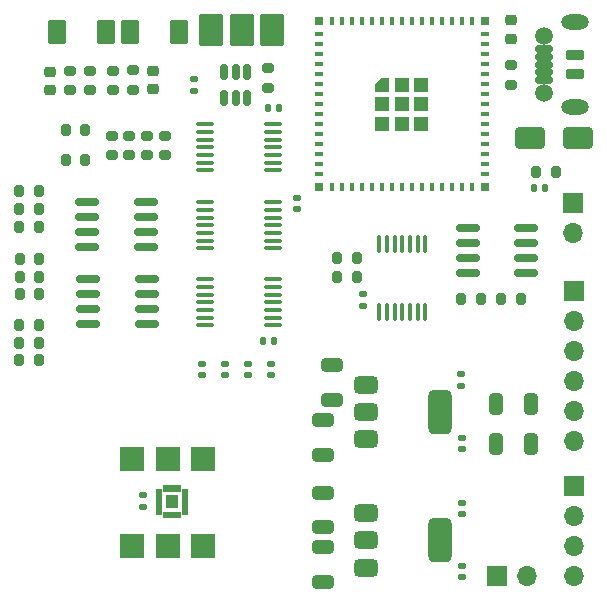
<source format=gbr>
%TF.GenerationSoftware,KiCad,Pcbnew,8.0.6*%
%TF.CreationDate,2025-08-25T15:23:13+02:00*%
%TF.ProjectId,probe,70726f62-652e-46b6-9963-61645f706362,V4-0*%
%TF.SameCoordinates,Original*%
%TF.FileFunction,Soldermask,Top*%
%TF.FilePolarity,Negative*%
%FSLAX46Y46*%
G04 Gerber Fmt 4.6, Leading zero omitted, Abs format (unit mm)*
G04 Created by KiCad (PCBNEW 8.0.6) date 2025-08-25 15:23:13*
%MOMM*%
%LPD*%
G01*
G04 APERTURE LIST*
G04 Aperture macros list*
%AMRoundRect*
0 Rectangle with rounded corners*
0 $1 Rounding radius*
0 $2 $3 $4 $5 $6 $7 $8 $9 X,Y pos of 4 corners*
0 Add a 4 corners polygon primitive as box body*
4,1,4,$2,$3,$4,$5,$6,$7,$8,$9,$2,$3,0*
0 Add four circle primitives for the rounded corners*
1,1,$1+$1,$2,$3*
1,1,$1+$1,$4,$5*
1,1,$1+$1,$6,$7*
1,1,$1+$1,$8,$9*
0 Add four rect primitives between the rounded corners*
20,1,$1+$1,$2,$3,$4,$5,0*
20,1,$1+$1,$4,$5,$6,$7,0*
20,1,$1+$1,$6,$7,$8,$9,0*
20,1,$1+$1,$8,$9,$2,$3,0*%
%AMFreePoly0*
4,1,6,0.600000,-0.600000,-0.600000,-0.600000,-0.600000,0.000000,0.000000,0.600000,0.600000,0.600000,0.600000,-0.600000,0.600000,-0.600000,$1*%
G04 Aperture macros list end*
%ADD10C,0.010000*%
%ADD11RoundRect,0.200000X-0.200000X-0.275000X0.200000X-0.275000X0.200000X0.275000X-0.200000X0.275000X0*%
%ADD12RoundRect,0.102000X-0.625000X0.200000X-0.625000X-0.200000X0.625000X-0.200000X0.625000X0.200000X0*%
%ADD13O,2.344000X1.274000*%
%ADD14C,1.504000*%
%ADD15RoundRect,0.102000X-0.675000X0.300000X-0.675000X-0.300000X0.675000X-0.300000X0.675000X0.300000X0*%
%ADD16R,1.700000X1.700000*%
%ADD17O,1.700000X1.700000*%
%ADD18RoundRect,0.225000X0.250000X-0.225000X0.250000X0.225000X-0.250000X0.225000X-0.250000X-0.225000X0*%
%ADD19RoundRect,0.250000X-1.000000X-0.650000X1.000000X-0.650000X1.000000X0.650000X-1.000000X0.650000X0*%
%ADD20RoundRect,0.200000X0.275000X-0.200000X0.275000X0.200000X-0.275000X0.200000X-0.275000X-0.200000X0*%
%ADD21RoundRect,0.102000X-0.675000X-0.900000X0.675000X-0.900000X0.675000X0.900000X-0.675000X0.900000X0*%
%ADD22RoundRect,0.200000X0.200000X0.275000X-0.200000X0.275000X-0.200000X-0.275000X0.200000X-0.275000X0*%
%ADD23RoundRect,0.140000X0.170000X-0.140000X0.170000X0.140000X-0.170000X0.140000X-0.170000X-0.140000X0*%
%ADD24RoundRect,0.140000X-0.140000X-0.170000X0.140000X-0.170000X0.140000X0.170000X-0.140000X0.170000X0*%
%ADD25RoundRect,0.102000X0.675000X0.900000X-0.675000X0.900000X-0.675000X-0.900000X0.675000X-0.900000X0*%
%ADD26RoundRect,0.225000X-0.250000X0.225000X-0.250000X-0.225000X0.250000X-0.225000X0.250000X0.225000X0*%
%ADD27RoundRect,0.140000X-0.170000X0.140000X-0.170000X-0.140000X0.170000X-0.140000X0.170000X0.140000X0*%
%ADD28RoundRect,0.250000X0.650000X-0.325000X0.650000X0.325000X-0.650000X0.325000X-0.650000X-0.325000X0*%
%ADD29RoundRect,0.100000X-0.637500X-0.100000X0.637500X-0.100000X0.637500X0.100000X-0.637500X0.100000X0*%
%ADD30R,2.000000X2.000000*%
%ADD31RoundRect,0.375000X-0.625000X-0.375000X0.625000X-0.375000X0.625000X0.375000X-0.625000X0.375000X0*%
%ADD32RoundRect,0.500000X-0.500000X-1.400000X0.500000X-1.400000X0.500000X1.400000X-0.500000X1.400000X0*%
%ADD33R,0.800000X0.400000*%
%ADD34R,0.400000X0.800000*%
%ADD35FreePoly0,0.000000*%
%ADD36R,1.200000X1.200000*%
%ADD37R,0.800000X0.800000*%
%ADD38RoundRect,0.150000X-0.150000X0.512500X-0.150000X-0.512500X0.150000X-0.512500X0.150000X0.512500X0*%
%ADD39RoundRect,0.250000X-0.325000X-0.650000X0.325000X-0.650000X0.325000X0.650000X-0.325000X0.650000X0*%
%ADD40RoundRect,0.200000X-0.275000X0.200000X-0.275000X-0.200000X0.275000X-0.200000X0.275000X0.200000X0*%
%ADD41RoundRect,0.150000X0.825000X0.150000X-0.825000X0.150000X-0.825000X-0.150000X0.825000X-0.150000X0*%
%ADD42RoundRect,0.102000X0.875000X-1.250000X0.875000X1.250000X-0.875000X1.250000X-0.875000X-1.250000X0*%
%ADD43RoundRect,0.150000X-0.825000X-0.150000X0.825000X-0.150000X0.825000X0.150000X-0.825000X0.150000X0*%
%ADD44RoundRect,0.218750X-0.256250X0.218750X-0.256250X-0.218750X0.256250X-0.218750X0.256250X0.218750X0*%
%ADD45RoundRect,0.100000X0.100000X-0.637500X0.100000X0.637500X-0.100000X0.637500X-0.100000X-0.637500X0*%
G04 APERTURE END LIST*
D10*
%TO.C,U13*%
X153075000Y-61615000D02*
X152625000Y-61615000D01*
X152625000Y-60615000D01*
X153075000Y-60615000D01*
X153075000Y-61615000D01*
G36*
X153075000Y-61615000D02*
G01*
X152625000Y-61615000D01*
X152625000Y-60615000D01*
X153075000Y-60615000D01*
X153075000Y-61615000D01*
G37*
X153075000Y-62765000D02*
X152625000Y-62765000D01*
X152625000Y-61765000D01*
X153075000Y-61765000D01*
X153075000Y-62765000D01*
G36*
X153075000Y-62765000D02*
G01*
X152625000Y-62765000D01*
X152625000Y-61765000D01*
X153075000Y-61765000D01*
X153075000Y-62765000D01*
G37*
X154475000Y-62190000D02*
X153475000Y-62190000D01*
X153475000Y-61190000D01*
X154475000Y-61190000D01*
X154475000Y-62190000D01*
G36*
X154475000Y-62190000D02*
G01*
X153475000Y-62190000D01*
X153475000Y-61190000D01*
X154475000Y-61190000D01*
X154475000Y-62190000D01*
G37*
X154725000Y-60790000D02*
X153225000Y-60790000D01*
X153225000Y-60340000D01*
X154725000Y-60340000D01*
X154725000Y-60790000D01*
G36*
X154725000Y-60790000D02*
G01*
X153225000Y-60790000D01*
X153225000Y-60340000D01*
X154725000Y-60340000D01*
X154725000Y-60790000D01*
G37*
X154725000Y-63040000D02*
X153225000Y-63040000D01*
X153225000Y-62590000D01*
X154725000Y-62590000D01*
X154725000Y-63040000D01*
G36*
X154725000Y-63040000D02*
G01*
X153225000Y-63040000D01*
X153225000Y-62590000D01*
X154725000Y-62590000D01*
X154725000Y-63040000D01*
G37*
X155325000Y-61615000D02*
X154875000Y-61615000D01*
X154875000Y-60615000D01*
X155325000Y-60615000D01*
X155325000Y-61615000D01*
G36*
X155325000Y-61615000D02*
G01*
X154875000Y-61615000D01*
X154875000Y-60615000D01*
X155325000Y-60615000D01*
X155325000Y-61615000D01*
G37*
X155325000Y-62765000D02*
X154875000Y-62765000D01*
X154875000Y-61765000D01*
X155325000Y-61765000D01*
X155325000Y-62765000D01*
G36*
X155325000Y-62765000D02*
G01*
X154875000Y-62765000D01*
X154875000Y-61765000D01*
X155325000Y-61765000D01*
X155325000Y-62765000D01*
G37*
%TD*%
D11*
%TO.C,R22*%
X145025000Y-32760000D03*
X146675000Y-32760000D03*
%TD*%
D12*
%TO.C,J2*%
X185500000Y-26000000D03*
X185500000Y-25350000D03*
X185500000Y-24700000D03*
X185500000Y-24050000D03*
X185500000Y-23400000D03*
D13*
X188125000Y-21100000D03*
D14*
X185475000Y-22275000D03*
D15*
X188150000Y-23900000D03*
X188150000Y-25500000D03*
D14*
X185475000Y-27125000D03*
D13*
X188125000Y-28300000D03*
%TD*%
D16*
%TO.C,J1*%
X181525000Y-68000000D03*
D17*
X184065000Y-68000000D03*
%TD*%
D18*
%TO.C,C11*%
X152425000Y-26800000D03*
X152425000Y-25250000D03*
%TD*%
D19*
%TO.C,D1*%
X184350000Y-30950000D03*
X188350000Y-30950000D03*
%TD*%
D20*
%TO.C,R1*%
X150725000Y-26850000D03*
X150725000Y-25200000D03*
%TD*%
D21*
%TO.C,SW1*%
X150475000Y-21950000D03*
X154625000Y-21950000D03*
%TD*%
D22*
%TO.C,R12*%
X142775000Y-42650000D03*
X141125000Y-42650000D03*
%TD*%
D23*
%TO.C,C13*%
X155862500Y-26905000D03*
X155862500Y-25945000D03*
%TD*%
%TO.C,C15*%
X156515000Y-51000000D03*
X156515000Y-50040000D03*
%TD*%
D20*
%TO.C,R26*%
X162162500Y-26650000D03*
X162162500Y-25000000D03*
%TD*%
%TO.C,R18*%
X150400000Y-32400000D03*
X150400000Y-30750000D03*
%TD*%
D23*
%TO.C,C16*%
X158485000Y-51000000D03*
X158485000Y-50040000D03*
%TD*%
D24*
%TO.C,C19*%
X162140000Y-28350000D03*
X163100000Y-28350000D03*
%TD*%
%TO.C,C22*%
X161720000Y-48150000D03*
X162680000Y-48150000D03*
%TD*%
D23*
%TO.C,C8*%
X178600000Y-68100000D03*
X178600000Y-67140000D03*
%TD*%
%TO.C,C17*%
X160455000Y-51000000D03*
X160455000Y-50040000D03*
%TD*%
D11*
%TO.C,R27*%
X178500000Y-44515000D03*
X180150000Y-44515000D03*
%TD*%
D22*
%TO.C,R15*%
X142725000Y-48250000D03*
X141075000Y-48250000D03*
%TD*%
D20*
%TO.C,R19*%
X151900000Y-32400000D03*
X151900000Y-30750000D03*
%TD*%
D22*
%TO.C,R16*%
X142725000Y-46750000D03*
X141075000Y-46750000D03*
%TD*%
D25*
%TO.C,SW2*%
X148400000Y-21925000D03*
X144250000Y-21925000D03*
%TD*%
D16*
%TO.C,J5*%
X188000000Y-36450000D03*
D17*
X188000000Y-38990000D03*
%TD*%
D26*
%TO.C,C12*%
X143675000Y-25300000D03*
X143675000Y-26850000D03*
%TD*%
D22*
%TO.C,R23*%
X186500000Y-33800000D03*
X184850000Y-33800000D03*
%TD*%
D27*
%TO.C,C21*%
X170150000Y-44150000D03*
X170150000Y-45110000D03*
%TD*%
D16*
%TO.C,J6*%
X188050000Y-60410000D03*
D17*
X188050000Y-62950000D03*
X188050000Y-65490000D03*
X188050000Y-68030000D03*
%TD*%
D28*
%TO.C,C6*%
X166800000Y-68500000D03*
X166800000Y-65550000D03*
%TD*%
D29*
%TO.C,U7*%
X156812500Y-36375000D03*
X156812500Y-37025000D03*
X156812500Y-37675000D03*
X156812500Y-38325000D03*
X156812500Y-38975000D03*
X156812500Y-39625000D03*
X156812500Y-40275000D03*
X162537500Y-40275000D03*
X162537500Y-39625000D03*
X162537500Y-38975000D03*
X162537500Y-38325000D03*
X162537500Y-37675000D03*
X162537500Y-37025000D03*
X162537500Y-36375000D03*
%TD*%
D22*
%TO.C,R24*%
X169650000Y-42662500D03*
X168000000Y-42662500D03*
%TD*%
D30*
%TO.C,J8*%
X153650000Y-58125000D03*
X156650000Y-58125000D03*
X150650000Y-58125000D03*
%TD*%
D31*
%TO.C,U2*%
X170400000Y-51800000D03*
X170400000Y-54100000D03*
D32*
X176700000Y-54100000D03*
D31*
X170400000Y-56400000D03*
%TD*%
D33*
%TO.C,U4*%
X166475000Y-22100000D03*
X166475000Y-22950000D03*
X166475000Y-23800000D03*
X166475000Y-24650000D03*
X166475000Y-25500000D03*
X166475000Y-26350000D03*
X166475000Y-27200000D03*
X166475000Y-28050000D03*
X166475000Y-28900000D03*
X166475000Y-29750000D03*
X166475000Y-30600000D03*
X166475000Y-31450000D03*
X166475000Y-32300000D03*
X166475000Y-33150000D03*
X166475000Y-34000000D03*
D34*
X167525000Y-35050000D03*
X168375000Y-35050000D03*
X169225000Y-35050000D03*
X170075000Y-35050000D03*
X170925000Y-35050000D03*
X171775000Y-35050000D03*
X172625000Y-35050000D03*
X173475000Y-35050000D03*
X174325000Y-35050000D03*
X175175000Y-35050000D03*
X176025000Y-35050000D03*
X176875000Y-35050000D03*
X177725000Y-35050000D03*
X178575000Y-35050000D03*
X179425000Y-35050000D03*
D33*
X180475000Y-34000000D03*
X180475000Y-33150000D03*
X180475000Y-32300000D03*
X180475000Y-31450000D03*
X180475000Y-30600000D03*
X180475000Y-29750000D03*
X180475000Y-28900000D03*
X180475000Y-28050000D03*
X180475000Y-27200000D03*
X180475000Y-26350000D03*
X180475000Y-25500000D03*
X180475000Y-24650000D03*
X180475000Y-23800000D03*
X180475000Y-22950000D03*
X180475000Y-22100000D03*
D34*
X179425000Y-21050000D03*
X178575000Y-21050000D03*
X177725000Y-21050000D03*
X176875000Y-21050000D03*
X176025000Y-21050000D03*
X175175000Y-21050000D03*
X174325000Y-21050000D03*
X173475000Y-21050000D03*
X172625000Y-21050000D03*
X171775000Y-21050000D03*
X170925000Y-21050000D03*
X170075000Y-21050000D03*
X169225000Y-21050000D03*
X168375000Y-21050000D03*
X167525000Y-21050000D03*
D35*
X171825000Y-26400000D03*
D36*
X171825000Y-28050000D03*
X171825000Y-29700000D03*
X173475000Y-26400000D03*
X173475000Y-28050000D03*
X173475000Y-29700000D03*
X175125000Y-26400000D03*
X175125000Y-28050000D03*
X175125000Y-29700000D03*
D37*
X166475000Y-21050000D03*
X166475000Y-35050000D03*
X180475000Y-35050000D03*
X180475000Y-21050000D03*
%TD*%
D29*
%TO.C,U6*%
X156837500Y-29750000D03*
X156837500Y-30400000D03*
X156837500Y-31050000D03*
X156837500Y-31700000D03*
X156837500Y-32350000D03*
X156837500Y-33000000D03*
X156837500Y-33650000D03*
X162562500Y-33650000D03*
X162562500Y-33000000D03*
X162562500Y-32350000D03*
X162562500Y-31700000D03*
X162562500Y-31050000D03*
X162562500Y-30400000D03*
X162562500Y-29750000D03*
%TD*%
D27*
%TO.C,C20*%
X164600000Y-35970000D03*
X164600000Y-36930000D03*
%TD*%
D38*
%TO.C,U1*%
X160350000Y-25300000D03*
X159400000Y-25300000D03*
X158450000Y-25300000D03*
X158450000Y-27575000D03*
X159400000Y-27575000D03*
X160350000Y-27575000D03*
%TD*%
D28*
%TO.C,C7*%
X166800000Y-63900000D03*
X166800000Y-60950000D03*
%TD*%
D23*
%TO.C,C18*%
X162425000Y-51000000D03*
X162425000Y-50040000D03*
%TD*%
D27*
%TO.C,C1*%
X178500000Y-50920000D03*
X178500000Y-51880000D03*
%TD*%
D22*
%TO.C,R10*%
X142750000Y-35450000D03*
X141100000Y-35450000D03*
%TD*%
D11*
%TO.C,R21*%
X145025000Y-30250000D03*
X146675000Y-30250000D03*
%TD*%
D39*
%TO.C,C10*%
X181450000Y-56825000D03*
X184400000Y-56825000D03*
%TD*%
D40*
%TO.C,R2*%
X145375000Y-25250000D03*
X145375000Y-26900000D03*
%TD*%
D39*
%TO.C,C9*%
X181450000Y-53475000D03*
X184400000Y-53475000D03*
%TD*%
D20*
%TO.C,R7*%
X149025000Y-26875000D03*
X149025000Y-25225000D03*
%TD*%
D22*
%TO.C,R8*%
X142750000Y-38450000D03*
X141100000Y-38450000D03*
%TD*%
%TO.C,R25*%
X169650000Y-41112500D03*
X168000000Y-41112500D03*
%TD*%
D41*
%TO.C,U12*%
X184025000Y-42360000D03*
X184025000Y-41090000D03*
X184025000Y-39820000D03*
X184025000Y-38550000D03*
X179075000Y-38550000D03*
X179075000Y-39820000D03*
X179075000Y-41090000D03*
X179075000Y-42360000D03*
%TD*%
D42*
%TO.C,J4*%
X157300000Y-21750000D03*
X159900000Y-21800000D03*
X162500000Y-21800000D03*
%TD*%
D22*
%TO.C,R13*%
X142775000Y-41150000D03*
X141125000Y-41150000D03*
%TD*%
D20*
%TO.C,R20*%
X153400000Y-32400000D03*
X153400000Y-30750000D03*
%TD*%
D43*
%TO.C,U9*%
X146925000Y-42835000D03*
X146925000Y-44105000D03*
X146925000Y-45375000D03*
X146925000Y-46645000D03*
X151875000Y-46645000D03*
X151875000Y-45375000D03*
X151875000Y-44105000D03*
X151875000Y-42835000D03*
%TD*%
D22*
%TO.C,R11*%
X142775000Y-44150000D03*
X141125000Y-44150000D03*
%TD*%
D27*
%TO.C,C5*%
X178600000Y-61800000D03*
X178600000Y-62760000D03*
%TD*%
D22*
%TO.C,R14*%
X142725000Y-49750000D03*
X141075000Y-49750000D03*
%TD*%
D20*
%TO.C,R17*%
X148900000Y-32400000D03*
X148900000Y-30750000D03*
%TD*%
D16*
%TO.C,J3*%
X188050000Y-43910000D03*
D17*
X188050000Y-46450000D03*
X188050000Y-48990000D03*
X188050000Y-51530000D03*
X188050000Y-54070000D03*
X188050000Y-56610000D03*
%TD*%
D41*
%TO.C,U5*%
X151800000Y-40130000D03*
X151800000Y-38860000D03*
X151800000Y-37590000D03*
X151800000Y-36320000D03*
X146850000Y-36320000D03*
X146850000Y-37590000D03*
X146850000Y-38860000D03*
X146850000Y-40130000D03*
%TD*%
D29*
%TO.C,U8*%
X156850000Y-42875000D03*
X156850000Y-43525000D03*
X156850000Y-44175000D03*
X156850000Y-44825000D03*
X156850000Y-45475000D03*
X156850000Y-46125000D03*
X156850000Y-46775000D03*
X162575000Y-46775000D03*
X162575000Y-46125000D03*
X162575000Y-45475000D03*
X162575000Y-44825000D03*
X162575000Y-44175000D03*
X162575000Y-43525000D03*
X162575000Y-42875000D03*
%TD*%
D11*
%TO.C,R28*%
X181875000Y-44550000D03*
X183525000Y-44550000D03*
%TD*%
D23*
%TO.C,C23*%
X151550000Y-62125000D03*
X151550000Y-61165000D03*
%TD*%
D40*
%TO.C,R6*%
X147075000Y-25250000D03*
X147075000Y-26900000D03*
%TD*%
D31*
%TO.C,U3*%
X170400000Y-62700000D03*
X170400000Y-65000000D03*
D32*
X176700000Y-65000000D03*
D31*
X170400000Y-67300000D03*
%TD*%
D24*
%TO.C,C14*%
X184670000Y-35150000D03*
X185630000Y-35150000D03*
%TD*%
D30*
%TO.C,J7*%
X153650000Y-65425000D03*
X150650000Y-65425000D03*
X156650000Y-65425000D03*
%TD*%
D44*
%TO.C,D4*%
X182675000Y-20962500D03*
X182675000Y-22537500D03*
%TD*%
D40*
%TO.C,R5*%
X182675000Y-24750000D03*
X182675000Y-26400000D03*
%TD*%
D23*
%TO.C,C3*%
X178600000Y-57280000D03*
X178600000Y-56320000D03*
%TD*%
D45*
%TO.C,U10*%
X171575000Y-45625000D03*
X172225000Y-45625000D03*
X172875000Y-45625000D03*
X173525000Y-45625000D03*
X174175000Y-45625000D03*
X174825000Y-45625000D03*
X175475000Y-45625000D03*
X175475000Y-39900000D03*
X174825000Y-39900000D03*
X174175000Y-39900000D03*
X173525000Y-39900000D03*
X172875000Y-39900000D03*
X172225000Y-39900000D03*
X171575000Y-39900000D03*
%TD*%
D28*
%TO.C,C2*%
X167550000Y-53125000D03*
X167550000Y-50175000D03*
%TD*%
D22*
%TO.C,R9*%
X142750000Y-36950000D03*
X141100000Y-36950000D03*
%TD*%
D28*
%TO.C,C4*%
X166800000Y-57775000D03*
X166800000Y-54825000D03*
%TD*%
M02*

</source>
